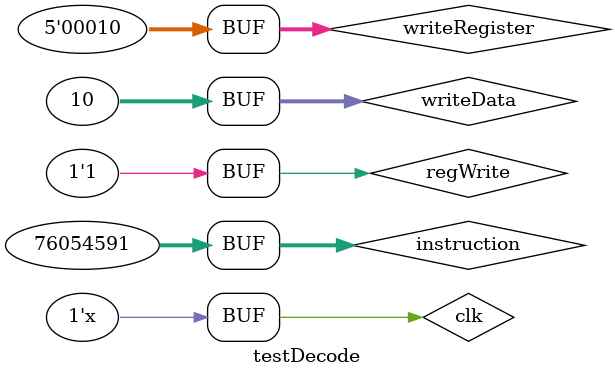
<source format=v>
`timescale 1ns / 1ps


module testDecode;

	// Inputs
	reg [31:0] instruction;
	reg [31:0] writeData;
	reg [4:0] writeRegister;
	reg clk;
	reg regWrite;

	// Instantiate the Unit Under Test (UUT)
	decode uut (
		.instruction(instruction), 
		.writeData(writeData), 
		.writeRegister(writeRegister), 
		.clk(clk), 
		.regWrite(regWrite)
	);

	initial begin
		// Initialize Inputs
		instruction =32'b 000001_00100_01000_10000_00000_111111;
		writeData = 10;
		writeRegister = 2;
		clk = 0;
		regWrite = 1;
		// Wait 100 ns for global reset to finish
		#100;
        
		// Add stimulus here

	end
	always
	begin
		#50
		clk = ~clk;
	end
      
endmodule


</source>
